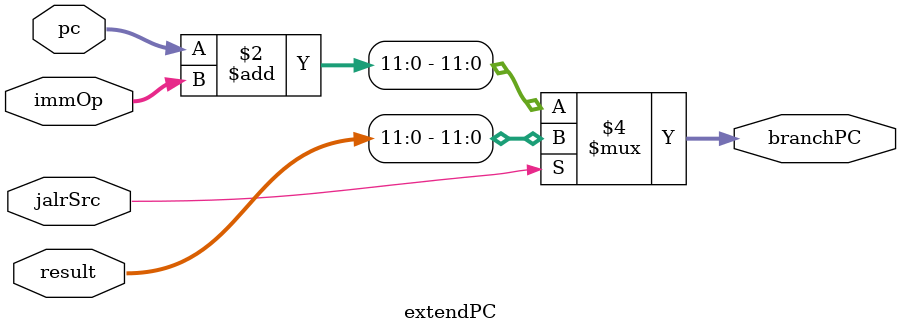
<source format=sv>
module extendPC #(
    parameter DATA_WIDTH = 32,
    parameter ADDR_WIDTH = 12
) (
    input   logic [ADDR_WIDTH-1:0]  pc,
    input   logic [DATA_WIDTH-1:0]  immOp,
    input   logic [DATA_WIDTH-1:0]  result,
    input   logic                   jalrSrc,
    output  logic [ADDR_WIDTH-1:0]  branchPC
);

    always_comb
        if (jalrSrc)
            branchPC = result;
        else
            branchPC = pc + immOp;
    
endmodule

</source>
